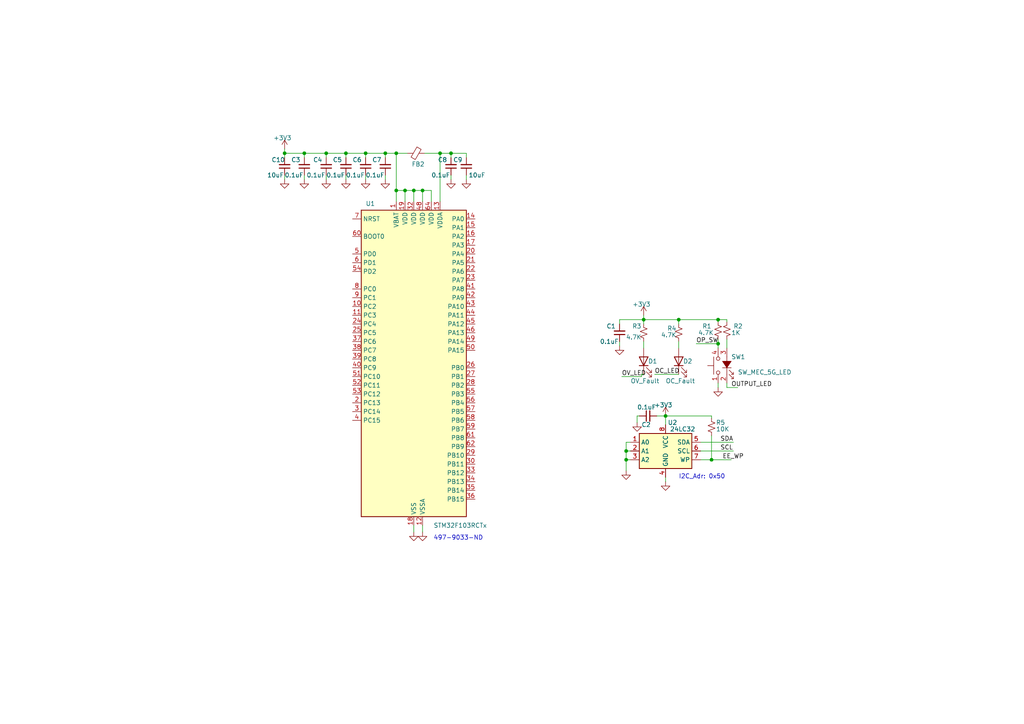
<source format=kicad_sch>
(kicad_sch (version 20230121) (generator eeschema)
  (paper "A4")
  (title_block (title "Lab Power Supply") (date "2023-12-23") (rev "0.1"))
  (lib_symbols
    (symbol "Device:C_Small" (pin_numbers hide) (pin_names (offset 0.254) hide)
      (property "Reference" "C" (at 0.254 1.778 0))
      (property "Value" "C_Small" (at 0.254 -2.032 0))
      (symbol "C_Small_0_1"
        (polyline (pts (xy -1.524 -0.508) (xy 1.524 -0.508)) (stroke (width 0.3302)))
        (polyline (pts (xy -1.524 0.508) (xy 1.524 0.508)) (stroke (width 0.3048)))
      )
      (symbol "C_Small_1_1"
        (pin passive line (at 0 2.54 270) (length 2.032) (name "~") (number "1"))
        (pin passive line (at 0 -2.54 90) (length 2.032) (name "~") (number "2"))
      )
    )
    (symbol "Device:FerriteBead_Small" (pin_numbers hide) (pin_names (offset 0))
      (property "Reference" "FB" (at 1.905 1.27 0))
      (property "Value" "FerriteBead_Small" (at 1.905 -1.27 0))
      (symbol "FerriteBead_Small_0_1"
        (polyline (pts (xy 0 -1.27) (xy 0 -0.7874)))
        (polyline (pts (xy 0 0.889) (xy 0 1.2954)))
        (polyline (pts (xy -1.8288 0.2794) (xy -1.1176 1.4986) (xy 1.8288 -0.2032) (xy 1.1176 -1.4224) (xy -1.8288 0.2794)))
      )
      (symbol "FerriteBead_Small_1_1"
        (pin passive line (at 0 2.54 270) (length 1.27) (name "~") (number "1"))
        (pin passive line (at 0 -2.54 90) (length 1.27) (name "~") (number "2"))
      )
    )
    (symbol "Device:LED" (pin_numbers hide) (pin_names (offset 1.016) hide)
      (property "Reference" "D" (at 0 2.54 0))
      (property "Value" "LED" (at 0 -2.54 0))
      (symbol "LED_0_1"
        (polyline (pts (xy -1.27 -1.27) (xy -1.27 1.27)) (stroke (width 0.254)))
        (polyline (pts (xy -1.27 0) (xy 1.27 0)))
        (polyline (pts (xy 1.27 -1.27) (xy 1.27 1.27) (xy -1.27 0) (xy 1.27 -1.27)) (stroke (width 0.254)))
        (polyline (pts (xy -3.048 -0.762) (xy -4.572 -2.286) (xy -3.81 -2.286) (xy -4.572 -2.286) (xy -4.572 -1.524)))
        (polyline (pts (xy -1.778 -0.762) (xy -3.302 -2.286) (xy -2.54 -2.286) (xy -3.302 -2.286) (xy -3.302 -1.524)))
      )
      (symbol "LED_1_1"
        (pin passive line (at -3.81 0 0) (length 2.54) (name "K") (number "1"))
        (pin passive line (at 3.81 0 180) (length 2.54) (name "A") (number "2"))
      )
    )
    (symbol "Device:R_Small_US" (pin_numbers hide) (pin_names (offset 0.254) hide)
      (property "Reference" "R" (at 0.762 0.508 0))
      (property "Value" "R_Small_US" (at 0.762 -1.016 0))
      (symbol "R_Small_US_1_1"
        (polyline (pts (xy 0 0) (xy 1.016 -0.381) (xy 0 -0.762) (xy -1.016 -1.143) (xy 0 -1.524)))
        (polyline (pts (xy 0 1.524) (xy 1.016 1.143) (xy 0 0.762) (xy -1.016 0.381) (xy 0 0)))
        (pin passive line (at 0 2.54 270) (length 1.016) (name "~") (number "1"))
        (pin passive line (at 0 -2.54 90) (length 1.016) (name "~") (number "2"))
      )
    )
    (symbol "MCU_ST_STM32F1:STM32F103RCTx"
      (property "Reference" "U" (at -15.24 46.99 0))
      (property "Value" "STM32F103RCTx" (at 10.16 46.99 0))
      (symbol "STM32F103RCTx_0_1"
        (rectangle (start -15.24 -43.18) (end 15.24 45.72) (stroke (width 0.254)) (fill (type background)))
      )
      (symbol "STM32F103RCTx_1_1"
        (pin power_in line (at -5.08 48.26 270) (length 2.54) (name "VBAT") (number "1"))
        (pin bidirectional line (at -17.78 17.78 0) (length 2.54) (name "PC2") (number "10"))
        (pin bidirectional line (at -17.78 15.24 0) (length 2.54) (name "PC3") (number "11"))
        (pin power_in line (at 2.54 -45.72 90) (length 2.54) (name "VSSA") (number "12"))
        (pin power_in line (at 7.62 48.26 270) (length 2.54) (name "VDDA") (number "13"))
        (pin bidirectional line (at 17.78 43.18 180) (length 2.54) (name "PA0") (number "14"))
        (pin bidirectional line (at 17.78 40.64 180) (length 2.54) (name "PA1") (number "15"))
        (pin bidirectional line (at 17.78 38.1 180) (length 2.54) (name "PA2") (number "16"))
        (pin bidirectional line (at 17.78 35.56 180) (length 2.54) (name "PA3") (number "17"))
        (pin power_in line (at 0 -45.72 90) (length 2.54) (name "VSS") (number "18"))
        (pin power_in line (at -2.54 48.26 270) (length 2.54) (name "VDD") (number "19"))
        (pin bidirectional line (at -17.78 -10.16 0) (length 2.54) (name "PC13") (number "2"))
        (pin bidirectional line (at 17.78 33.02 180) (length 2.54) (name "PA4") (number "20"))
        (pin bidirectional line (at 17.78 30.48 180) (length 2.54) (name "PA5") (number "21"))
        (pin bidirectional line (at 17.78 27.94 180) (length 2.54) (name "PA6") (number "22"))
        (pin bidirectional line (at 17.78 25.4 180) (length 2.54) (name "PA7") (number "23"))
        (pin bidirectional line (at -17.78 12.7 0) (length 2.54) (name "PC4") (number "24"))
        (pin bidirectional line (at -17.78 10.16 0) (length 2.54) (name "PC5") (number "25"))
        (pin bidirectional line (at 17.78 0 180) (length 2.54) (name "PB0") (number "26"))
        (pin bidirectional line (at 17.78 -2.54 180) (length 2.54) (name "PB1") (number "27"))
        (pin bidirectional line (at 17.78 -5.08 180) (length 2.54) (name "PB2") (number "28"))
        (pin bidirectional line (at 17.78 -25.4 180) (length 2.54) (name "PB10") (number "29"))
        (pin bidirectional line (at -17.78 -12.7 0) (length 2.54) (name "PC14") (number "3"))
        (pin bidirectional line (at 17.78 -27.94 180) (length 2.54) (name "PB11") (number "30"))
        (pin passive line (at 0 -45.72 90) (length 2.54) hide (name "VSS") (number "31"))
        (pin power_in line (at 0 48.26 270) (length 2.54) (name "VDD") (number "32"))
        (pin bidirectional line (at 17.78 -30.48 180) (length 2.54) (name "PB12") (number "33"))
        (pin bidirectional line (at 17.78 -33.02 180) (length 2.54) (name "PB13") (number "34"))
        (pin bidirectional line (at 17.78 -35.56 180) (length 2.54) (name "PB14") (number "35"))
        (pin bidirectional line (at 17.78 -38.1 180) (length 2.54) (name "PB15") (number "36"))
        (pin bidirectional line (at -17.78 7.62 0) (length 2.54) (name "PC6") (number "37"))
        (pin bidirectional line (at -17.78 5.08 0) (length 2.54) (name "PC7") (number "38"))
        (pin bidirectional line (at -17.78 2.54 0) (length 2.54) (name "PC8") (number "39"))
        (pin bidirectional line (at -17.78 -15.24 0) (length 2.54) (name "PC15") (number "4"))
        (pin bidirectional line (at -17.78 0 0) (length 2.54) (name "PC9") (number "40"))
        (pin bidirectional line (at 17.78 22.86 180) (length 2.54) (name "PA8") (number "41"))
        (pin bidirectional line (at 17.78 20.32 180) (length 2.54) (name "PA9") (number "42"))
        (pin bidirectional line (at 17.78 17.78 180) (length 2.54) (name "PA10") (number "43"))
        (pin bidirectional line (at 17.78 15.24 180) (length 2.54) (name "PA11") (number "44"))
        (pin bidirectional line (at 17.78 12.7 180) (length 2.54) (name "PA12") (number "45"))
        (pin bidirectional line (at 17.78 10.16 180) (length 2.54) (name "PA13") (number "46"))
        (pin passive line (at 0 -45.72 90) (length 2.54) hide (name "VSS") (number "47"))
        (pin power_in line (at 2.54 48.26 270) (length 2.54) (name "VDD") (number "48"))
        (pin bidirectional line (at 17.78 7.62 180) (length 2.54) (name "PA14") (number "49"))
        (pin bidirectional line (at -17.78 33.02 0) (length 2.54) (name "PD0") (number "5"))
        (pin bidirectional line (at 17.78 5.08 180) (length 2.54) (name "PA15") (number "50"))
        (pin bidirectional line (at -17.78 -2.54 0) (length 2.54) (name "PC10") (number "51"))
        (pin bidirectional line (at -17.78 -5.08 0) (length 2.54) (name "PC11") (number "52"))
        (pin bidirectional line (at -17.78 -7.62 0) (length 2.54) (name "PC12") (number "53"))
        (pin bidirectional line (at -17.78 27.94 0) (length 2.54) (name "PD2") (number "54"))
        (pin bidirectional line (at 17.78 -7.62 180) (length 2.54) (name "PB3") (number "55"))
        (pin bidirectional line (at 17.78 -10.16 180) (length 2.54) (name "PB4") (number "56"))
        (pin bidirectional line (at 17.78 -12.7 180) (length 2.54) (name "PB5") (number "57"))
        (pin bidirectional line (at 17.78 -15.24 180) (length 2.54) (name "PB6") (number "58"))
        (pin bidirectional line (at 17.78 -17.78 180) (length 2.54) (name "PB7") (number "59"))
        (pin bidirectional line (at -17.78 30.48 0) (length 2.54) (name "PD1") (number "6"))
        (pin input line (at -17.78 38.1 0) (length 2.54) (name "BOOT0") (number "60"))
        (pin bidirectional line (at 17.78 -20.32 180) (length 2.54) (name "PB8") (number "61"))
        (pin bidirectional line (at 17.78 -22.86 180) (length 2.54) (name "PB9") (number "62"))
        (pin passive line (at 0 -45.72 90) (length 2.54) hide (name "VSS") (number "63"))
        (pin power_in line (at 5.08 48.26 270) (length 2.54) (name "VDD") (number "64"))
        (pin input line (at -17.78 43.18 0) (length 2.54) (name "NRST") (number "7"))
        (pin bidirectional line (at -17.78 22.86 0) (length 2.54) (name "PC0") (number "8"))
        (pin bidirectional line (at -17.78 20.32 0) (length 2.54) (name "PC1") (number "9"))
      )
    )
    (symbol "Memory_EEPROM:24LC32"
      (property "Reference" "U" (at -6.35 6.35 0))
      (property "Value" "24LC32" (at 1.27 6.35 0))
      (symbol "24LC32_1_1"
        (rectangle (start -7.62 5.08) (end 7.62 -5.08) (stroke (width 0.254)) (fill (type background)))
        (pin input line (at -10.16 2.54 0) (length 2.54) (name "A0") (number "1"))
        (pin input line (at -10.16 0 0) (length 2.54) (name "A1") (number "2"))
        (pin input line (at -10.16 -2.54 0) (length 2.54) (name "A2") (number "3"))
        (pin power_in line (at 0 -7.62 90) (length 2.54) (name "GND") (number "4"))
        (pin bidirectional line (at 10.16 2.54 180) (length 2.54) (name "SDA") (number "5"))
        (pin input line (at 10.16 0 180) (length 2.54) (name "SCL") (number "6"))
        (pin input line (at 10.16 -2.54 180) (length 2.54) (name "WP") (number "7"))
        (pin power_in line (at 0 7.62 270) (length 2.54) (name "VCC") (number "8"))
      )
    )
    (symbol "Switch:SW_MEC_5G_LED" (pin_names (offset 1.016) hide)
      (property "Reference" "SW" (at 0.635 5.715 0))
      (property "Value" "SW_MEC_5G_LED" (at 0 -3.175 0))
      (symbol "SW_MEC_5G_LED_0_0"
        (polyline (pts (xy -3.81 -1.905) (xy -2.54 -0.635)))
        (polyline (pts (xy -2.54 -1.905) (xy -1.27 -0.635)))
        (polyline (pts (xy -2.54 0) (xy 2.54 0)))
        (polyline (pts (xy -0.635 1.27) (xy -0.635 -1.27)))
        (polyline (pts (xy -3.81 -1.27) (xy -3.81 -1.905) (xy -3.175 -1.905)))
        (polyline (pts (xy -2.54 -1.27) (xy -2.54 -1.905) (xy -1.905 -1.905)))
        (polyline (pts (xy -0.635 0) (xy 1.27 1.27) (xy 1.27 -1.27) (xy -0.635 0)) (fill (type outline)))
      )
      (symbol "SW_MEC_5G_LED_0_1"
        (circle (center -2.032 2.54) (radius 0.508))
        (polyline (pts (xy 0 3.81) (xy 0 5.588)))
        (polyline (pts (xy 2.54 3.81) (xy -2.54 3.81)))
        (circle (center 2.032 2.54) (radius 0.508))
        (pin passive line (at -5.08 2.54 0) (length 2.54) (name "1") (number "1"))
        (pin passive line (at -5.08 0 0) (length 2.54) (name "2") (number "2"))
        (pin passive line (at 5.08 0 180) (length 2.54) (name "K") (number "3"))
        (pin passive line (at 5.08 2.54 180) (length 2.54) (name "A") (number "4"))
      )
    )
    (symbol "power:+3V3" (power) (pin_names (offset 0))
      (property "Value" "+3V3" (at 0 3.556 0))
      (symbol "+3V3_0_1"
        (polyline (pts (xy -0.762 1.27) (xy 0 2.54)))
        (polyline (pts (xy 0 0) (xy 0 2.54)))
        (polyline (pts (xy 0 2.54) (xy 0.762 1.27)))
      )
      (symbol "+3V3_1_1"
        (pin power_in line (at 0 0 90) (length 0) hide (name "+3V3") (number "1"))
      )
    )
    (symbol "power:GND" (power) (pin_names (offset 0))
      (property "Value" "GND" (at 0 -3.81 0))
      (symbol "GND_0_1"
        (polyline (pts (xy 0 0) (xy 0 -1.27) (xy 1.27 -1.27) (xy 0 -2.54) (xy -1.27 -1.27) (xy 0 -1.27)))
      )
      (symbol "GND_1_1"
        (pin power_in line (at 0 0 270) (length 0) hide (name "GND") (number "1"))
      )
    )
  )
  (junction (at 186.69 92.71))
  (junction (at 193.04 120.65))
  (junction (at 94.615 44.45))
  (junction (at 100.33 44.45))
  (junction (at 122.555 55.245))
  (junction (at 181.61 130.81))
  (junction (at 82.55 44.45))
  (junction (at 181.61 133.35))
  (junction (at 208.28 99.695))
  (junction (at 130.81 44.45))
  (junction (at 114.935 55.245))
  (junction (at 206.375 133.35))
  (junction (at 88.265 44.45))
  (junction (at 106.045 44.45))
  (junction (at 120.015 55.245))
  (junction (at 196.85 92.71))
  (junction (at 114.935 44.45))
  (junction (at 117.475 55.245))
  (junction (at 208.28 92.71))
  (junction (at 111.76 44.45))
  (junction (at 127.635 44.45))
  (wire (pts (xy 181.61 130.81) (xy 181.61 133.35)))
  (wire (pts (xy 117.475 58.42) (xy 117.475 55.245)))
  (wire (pts (xy 190.5 120.65) (xy 193.04 120.65)))
  (wire (pts (xy 201.93 99.695) (xy 208.28 99.695)))
  (wire (pts (xy 179.705 99.06) (xy 179.705 100.33)))
  (wire (pts (xy 106.045 50.8) (xy 106.045 52.07)))
  (wire (pts (xy 82.55 44.45) (xy 88.265 44.45)))
  (wire (pts (xy 206.375 133.35) (xy 203.2 133.35)))
  (wire (pts (xy 186.055 108.585) (xy 186.69 108.585)))
  (wire (pts (xy 186.69 92.71) (xy 196.85 92.71)))
  (wire (pts (xy 186.69 92.71) (xy 186.69 93.98)))
  (wire (pts (xy 120.015 55.245) (xy 122.555 55.245)))
  (wire (pts (xy 206.375 126.365) (xy 206.375 133.35)))
  (wire (pts (xy 193.04 120.65) (xy 206.375 120.65)))
  (wire (pts (xy 100.33 44.45) (xy 100.33 45.72)))
  (wire (pts (xy 114.935 44.45) (xy 111.76 44.45)))
  (wire (pts (xy 111.76 44.45) (xy 111.76 45.72)))
  (wire (pts (xy 114.935 44.45) (xy 118.11 44.45)))
  (wire (pts (xy 88.265 44.45) (xy 94.615 44.45)))
  (wire (pts (xy 182.88 128.27) (xy 181.61 128.27)))
  (wire (pts (xy 100.33 44.45) (xy 106.045 44.45)))
  (wire (pts (xy 186.69 91.44) (xy 186.69 92.71)))
  (wire (pts (xy 117.475 55.245) (xy 120.015 55.245)))
  (wire (pts (xy 179.705 92.71) (xy 179.705 93.98)))
  (wire (pts (xy 206.375 133.35) (xy 212.09 133.35)))
  (wire (pts (xy 82.55 44.45) (xy 82.55 45.72)))
  (wire (pts (xy 127.635 44.45) (xy 127.635 58.42)))
  (wire (pts (xy 196.85 100.965) (xy 196.85 99.06)))
  (wire (pts (xy 193.04 138.43) (xy 193.04 139.7)))
  (wire (pts (xy 122.555 55.245) (xy 125.095 55.245)))
  (wire (pts (xy 208.28 98.425) (xy 208.28 99.695)))
  (wire (pts (xy 114.935 55.245) (xy 114.935 44.45)))
  (wire (pts (xy 106.045 44.45) (xy 111.76 44.45)))
  (wire (pts (xy 186.055 109.22) (xy 180.34 109.22)))
  (wire (pts (xy 130.81 44.45) (xy 135.255 44.45)))
  (wire (pts (xy 114.935 58.42) (xy 114.935 55.245)))
  (wire (pts (xy 189.865 108.585) (xy 196.85 108.585)))
  (wire (pts (xy 88.265 44.45) (xy 88.265 45.72)))
  (wire (pts (xy 135.255 50.8) (xy 135.255 52.07)))
  (wire (pts (xy 203.2 130.81) (xy 212.725 130.81)))
  (wire (pts (xy 106.045 44.45) (xy 106.045 45.72)))
  (wire (pts (xy 196.85 92.71) (xy 196.85 93.98)))
  (wire (pts (xy 193.04 120.65) (xy 193.04 123.19)))
  (wire (pts (xy 210.82 92.71) (xy 208.28 92.71)))
  (wire (pts (xy 127.635 44.45) (xy 130.81 44.45)))
  (wire (pts (xy 94.615 44.45) (xy 94.615 45.72)))
  (wire (pts (xy 130.81 50.8) (xy 130.81 52.07)))
  (wire (pts (xy 186.69 92.71) (xy 179.705 92.71)))
  (wire (pts (xy 94.615 44.45) (xy 100.33 44.45)))
  (wire (pts (xy 120.015 58.42) (xy 120.015 55.245)))
  (wire (pts (xy 210.82 111.125) (xy 210.82 112.395)))
  (wire (pts (xy 210.82 92.71) (xy 210.82 93.345)))
  (wire (pts (xy 186.69 100.965) (xy 186.69 99.06)))
  (wire (pts (xy 82.55 43.18) (xy 82.55 44.45)))
  (wire (pts (xy 210.82 112.395) (xy 213.995 112.395)))
  (wire (pts (xy 120.015 152.4) (xy 120.015 154.305)))
  (wire (pts (xy 125.095 55.245) (xy 125.095 58.42)))
  (wire (pts (xy 181.61 133.35) (xy 181.61 136.525)))
  (wire (pts (xy 181.61 128.27) (xy 181.61 130.81)))
  (wire (pts (xy 130.81 44.45) (xy 130.81 45.72)))
  (wire (pts (xy 185.42 120.65) (xy 184.785 120.65)))
  (wire (pts (xy 82.55 50.8) (xy 82.55 52.07)))
  (wire (pts (xy 196.85 92.71) (xy 208.28 92.71)))
  (wire (pts (xy 210.82 98.425) (xy 210.82 100.965)))
  (wire (pts (xy 94.615 50.8) (xy 94.615 52.07)))
  (wire (pts (xy 206.375 120.65) (xy 206.375 121.285)))
  (wire (pts (xy 122.555 58.42) (xy 122.555 55.245)))
  (wire (pts (xy 208.28 99.695) (xy 208.28 100.965)))
  (wire (pts (xy 100.33 50.8) (xy 100.33 52.07)))
  (wire (pts (xy 135.255 44.45) (xy 135.255 45.72)))
  (wire (pts (xy 208.28 92.71) (xy 208.28 93.345)))
  (wire (pts (xy 114.935 55.245) (xy 117.475 55.245)))
  (wire (pts (xy 181.61 133.35) (xy 182.88 133.35)))
  (wire (pts (xy 111.76 50.8) (xy 111.76 52.07)))
  (wire (pts (xy 122.555 152.4) (xy 122.555 154.305)))
  (wire (pts (xy 184.785 120.65) (xy 184.785 122.555)))
  (wire (pts (xy 186.055 108.585) (xy 186.055 109.22)))
  (wire (pts (xy 208.28 112.395) (xy 208.28 111.125)))
  (wire (pts (xy 181.61 130.81) (xy 182.88 130.81)))
  (wire (pts (xy 123.19 44.45) (xy 127.635 44.45)))
  (wire (pts (xy 203.2 128.27) (xy 212.725 128.27)))
  (wire (pts (xy 88.265 50.8) (xy 88.265 52.07)))
  (text "I2C_Adr: 0x50" (at 196.85 139.065 0) (effects (font (size 1.27 1.27)) (justify left bottom)))
  (text "497-9033-ND" (at 125.73 156.845 0) (effects (font (size 1.27 1.27)) (justify left bottom)))
  (label "OV_LED" (at 180.34 109.22 0))
  (label "EE_WP" (at 209.55 133.35 0))
  (label "OUTPUT_LED" (at 212.09 112.395 0))
  (label "OP_SW" (at 201.93 99.695 0))
  (label "SDA" (at 208.915 128.27 0))
  (label "SCL" (at 208.915 130.81 0))
  (label "OC_LED" (at 189.865 108.585 0))
  (symbol (lib_id "power:GND") (at 181.61 136.525 0) (unit 1)
    (property "Reference" "#PWR06" (effects hide))
    (property "Value" "GND" (effects hide))
  )
  (symbol (lib_id "power:GND") (at 94.615 52.07 0) (unit 1)
    (property "Reference" "#PWR011" (effects hide))
    (property "Value" "GND" (effects hide))
  )
  (symbol (lib_id "Device:LED") (at 196.85 104.775 90) (unit 1)
    (property "Reference" "D2" (at 198.12 104.775 90) (effects (justify right)))
    (property "Value" "OC_Fault" (at 193.04 110.49 90) (effects (justify right)))
    (property "Footprint" "LED_SMD:LED_1206_3216Metric_Pad1.42x1.75mm_HandSolder" (effects hide))
    (property "Datasheet" "https://sunledusa.com/products/spec/XZM2CRK55W-3.pdf" (effects hide))
    (property "Description" "LED RED CLEAR SMD  1206 " (effects hide))
    (property "Vendor" "Digikey" (effects hide))
    (property "Vendor Part #" "1497-XZM2CRK55W-3RTCT-ND" (effects hide))
  )
  (symbol (lib_id "Device:R_Small_US") (at 206.375 123.825 0) (unit 1)
    (property "Reference" "R5" (at 207.645 122.555 0) (effects (justify left)))
    (property "Value" "10K" (at 207.645 124.46 0) (effects (justify left)))
    (property "Footprint" "Resistor_SMD:R_0603_1608Metric_Pad0.98x0.95mm_HandSolder" (effects hide))
    (property "Description" " RES 10K OHM %1 1/10W 1206 SMD" (effects hide))
  )
  (symbol (lib_id "power:GND") (at 122.555 154.305 0) (unit 1)
    (property "Reference" "#PWR09" (effects hide))
    (property "Value" "GND" (effects hide))
  )
  (symbol (lib_id "power:GND") (at 120.015 154.305 0) (unit 1)
    (property "Reference" "#PWR08" (effects hide))
    (property "Value" "GND" (effects hide))
  )
  (symbol (lib_id "power:+3V3") (at 82.55 43.18 0) (unit 1)
    (property "Reference" "#PWR018" (effects hide))
    (property "Value" "+3V3" (at 81.915 40.005 0))
  )
  (symbol (lib_id "power:GND") (at 179.705 100.33 0) (unit 1)
    (property "Reference" "#PWR02" (effects hide))
    (property "Value" "GND" (effects hide))
  )
  (symbol (lib_id "power:GND") (at 82.55 52.07 0) (unit 1)
    (property "Reference" "#PWR017" (effects hide))
    (property "Value" "GND" (effects hide))
  )
  (symbol (lib_id "power:GND") (at 208.28 112.395 0) (unit 1)
    (property "Reference" "#PWR03" (effects hide))
    (property "Value" "GND" (effects hide))
  )
  (symbol (lib_id "Memory_EEPROM:24LC32") (at 193.04 130.81 0) (unit 1)
    (property "Reference" "U2" (at 193.675 122.555 0) (effects (justify left)))
    (property "Value" "24LC32" (at 194.31 124.46 0) (effects (justify left)))
    (property "Datasheet" "http://ww1.microchip.com/downloads/en/DeviceDoc/21072G.pdf" (effects hide))
  )
  (symbol (lib_id "power:GND") (at 100.33 52.07 0) (unit 1)
    (property "Reference" "#PWR012" (effects hide))
    (property "Value" "GND" (effects hide))
  )
  (symbol (lib_id "Device:LED") (at 186.69 104.775 90) (unit 1)
    (property "Reference" "D1" (at 187.96 104.775 90) (effects (justify right)))
    (property "Value" "OV_Fault" (at 182.88 110.49 90) (effects (justify right)))
    (property "Footprint" "LED_SMD:LED_1206_3216Metric_Pad1.42x1.75mm_HandSolder" (effects hide))
    (property "Datasheet" "https://sunledusa.com/products/spec/XZM2CRK55W-3.pdf" (effects hide))
    (property "Description" "LED RED CLEAR SMD  1206 " (effects hide))
    (property "Vendor" "Digikey" (effects hide))
    (property "Vendor Part #" "1497-XZM2CRK55W-3RTCT-ND" (effects hide))
  )
  (symbol (lib_id "power:+3V3") (at 193.04 120.65 0) (unit 1)
    (property "Reference" "#PWR04" (effects hide))
    (property "Value" "+3V3" (at 192.405 117.475 0))
  )
  (symbol (lib_id "MCU_ST_STM32F1:STM32F103RCTx") (at 120.015 106.68 0) (unit 1)
    (property "Reference" "U1" (at 106.045 59.055 0) (effects (justify left)))
    (property "Value" "STM32F103RCTx" (at 125.73 152.4 0) (effects (justify left)))
    (property "Footprint" "Package_QFP:LQFP-64_10x10mm_P0.5mm" (effects hide))
    (property "Datasheet" "https://www.st.com/resource/en/datasheet/stm32f103rc.pdf" (effects hide))
  )
  (symbol (lib_id "Device:C_Small") (at 82.55 48.26 180) (unit 1)
    (property "Reference" "C10" (at 78.74 46.355 0) (effects (justify right)))
    (property "Value" "10uF" (at 77.47 50.8 0) (effects (justify right)))
    (property "Footprint" "Capacitor_SMD:C_0603_1608Metric_Pad1.08x0.95mm_HandSolder" (effects hide))
    (property "Description" "CAP CER, 0.1uF, 25V, X7R, 1206" (effects hide))
    (property "Vendor" "Digikey" (effects hide))
    (property "Vendor #" "1276-1017-1-ND" (effects hide))
  )
  (symbol (lib_id "Device:R_Small_US") (at 210.82 95.885 0) (mirror x) (unit 1)
    (property "Reference" "R2" (at 212.725 94.615 0) (effects (justify left)))
    (property "Value" "1K" (at 212.09 96.52 0) (effects (justify left)))
    (property "Footprint" "Resistor_SMD:R_0603_1608Metric_Pad0.98x0.95mm_HandSolder" (effects hide))
    (property "Description" " RES 4.7K OHM %1 1/10W 1206 SMD" (effects hide))
  )
  (symbol (lib_id "power:GND") (at 184.785 122.555 0) (unit 1)
    (property "Reference" "#PWR05" (effects hide))
    (property "Value" "GND" (effects hide))
  )
  (symbol (lib_id "power:+3V3") (at 186.69 91.44 0) (unit 1)
    (property "Reference" "#PWR01" (effects hide))
    (property "Value" "+3V3" (at 186.055 88.265 0))
  )
  (symbol (lib_id "Device:C_Small") (at 179.705 96.52 180) (unit 1)
    (property "Reference" "C1" (at 175.895 94.615 0) (effects (justify right)))
    (property "Value" "0.1uF" (at 173.99 99.06 0) (effects (justify right)))
    (property "Footprint" "Capacitor_SMD:C_0603_1608Metric_Pad1.08x0.95mm_HandSolder" (effects hide))
    (property "Description" "CAP CER, 0.1uF, 25V, X7R, 1206" (effects hide))
    (property "Vendor" "Digikey" (effects hide))
    (property "Vendor #" "1276-1017-1-ND" (effects hide))
  )
  (symbol (lib_id "Device:C_Small") (at 94.615 48.26 180) (unit 1)
    (property "Reference" "C4" (at 90.805 46.355 0) (effects (justify right)))
    (property "Value" "0.1uF" (at 88.9 50.8 0) (effects (justify right)))
    (property "Footprint" "Capacitor_SMD:C_0603_1608Metric_Pad1.08x0.95mm_HandSolder" (effects hide))
    (property "Description" "CAP CER, 0.1uF, 25V, X7R, 1206" (effects hide))
    (property "Vendor" "Digikey" (effects hide))
    (property "Vendor #" "1276-1017-1-ND" (effects hide))
  )
  (symbol (lib_id "Device:C_Small") (at 88.265 48.26 180) (unit 1)
    (property "Reference" "C3" (at 84.455 46.355 0) (effects (justify right)))
    (property "Value" "0.1uF" (at 82.55 50.8 0) (effects (justify right)))
    (property "Footprint" "Capacitor_SMD:C_0603_1608Metric_Pad1.08x0.95mm_HandSolder" (effects hide))
    (property "Description" "CAP CER, 0.1uF, 25V, X7R, 1206" (effects hide))
    (property "Vendor" "Digikey" (effects hide))
    (property "Vendor #" "1276-1017-1-ND" (effects hide))
  )
  (symbol (lib_id "power:GND") (at 193.04 139.7 0) (unit 1)
    (property "Reference" "#PWR07" (effects hide))
    (property "Value" "GND" (effects hide))
  )
  (symbol (lib_id "power:GND") (at 111.76 52.07 0) (unit 1)
    (property "Reference" "#PWR014" (effects hide))
    (property "Value" "GND" (effects hide))
  )
  (symbol (lib_id "power:GND") (at 130.81 52.07 0) (unit 1)
    (property "Reference" "#PWR015" (effects hide))
    (property "Value" "GND" (effects hide))
  )
  (symbol (lib_id "Device:R_Small_US") (at 186.69 96.52 180) (unit 1)
    (property "Reference" "R3" (at 186.055 94.615 0) (effects (justify left)))
    (property "Value" "4.7K" (at 186.055 97.79 0) (effects (justify left)))
    (property "Footprint" "Resistor_SMD:R_0603_1608Metric_Pad0.98x0.95mm_HandSolder" (effects hide))
    (property "Description" " RES 4.7K OHM %1 1/10W 1206 SMD" (effects hide))
  )
  (symbol (lib_id "Device:C_Small") (at 111.76 48.26 180) (unit 1)
    (property "Reference" "C7" (at 107.95 46.355 0) (effects (justify right)))
    (property "Value" "0.1uF" (at 106.045 50.8 0) (effects (justify right)))
    (property "Footprint" "Capacitor_SMD:C_0603_1608Metric_Pad1.08x0.95mm_HandSolder" (effects hide))
    (property "Description" "CAP CER, 0.1uF, 25V, X7R, 1206" (effects hide))
    (property "Vendor" "Digikey" (effects hide))
    (property "Vendor #" "1276-1017-1-ND" (effects hide))
  )
  (symbol (lib_id "power:GND") (at 88.265 52.07 0) (unit 1)
    (property "Reference" "#PWR010" (effects hide))
    (property "Value" "GND" (effects hide))
  )
  (symbol (lib_id "Device:R_Small_US") (at 208.28 95.885 180) (unit 1)
    (property "Reference" "R1" (at 206.375 94.615 0) (effects (justify left)))
    (property "Value" "4.7K" (at 207.01 96.52 0) (effects (justify left)))
    (property "Footprint" "Resistor_SMD:R_0603_1608Metric_Pad0.98x0.95mm_HandSolder" (effects hide))
    (property "Description" " RES 4.7K OHM %1 1/10W 1206 SMD" (effects hide))
  )
  (symbol (lib_id "Device:R_Small_US") (at 196.85 96.52 180) (unit 1)
    (property "Reference" "R4" (at 196.215 95.25 0) (effects (justify left)))
    (property "Value" "4.7K" (at 196.215 97.155 0) (effects (justify left)))
    (property "Footprint" "Resistor_SMD:R_0603_1608Metric_Pad0.98x0.95mm_HandSolder" (effects hide))
    (property "Description" " RES 4.7K OHM %1 1/10W 1206 SMD" (effects hide))
  )
  (symbol (lib_id "Device:FerriteBead_Small") (at 120.65 44.45 270) (unit 1)
    (property "Reference" "FB2" (at 119.38 47.625 90) (effects (justify left)))
    (property "Value" "FerriteBead, 6A 1 9mΩ 33Ω@100MHz ±25% 1206 Ferrite Beads ROHS" (effects hide))
    (property "Footprint" "Inductor_SMD:L_1206_3216Metric_Pad1.42x1.75mm_HandSolder" (effects hide))
    (property "Datasheet" "https://www.fair-rite.com/wp-content/themes/fair-rite/print_product.php?pid=19229" (effects hide))
    (property "Description" "FERRITE BEAD 50 OHM 1206 1LN" (effects hide))
    (property "Vendor" "Digikey" (effects hide))
    (property "Vendor Part #" "1934-1465-1-ND" (effects hide))
  )
  (symbol (lib_id "Device:C_Small") (at 187.96 120.65 90) (unit 1)
    (property "Reference" "C2" (at 186.055 123.19 90) (effects (justify right)))
    (property "Value" "0.1uF" (at 184.785 118.11 90) (effects (justify right)))
    (property "Footprint" "Capacitor_SMD:C_0603_1608Metric_Pad1.08x0.95mm_HandSolder" (effects hide))
    (property "Description" "CAP CER, 0.1uF, 25V, X7R, 1206" (effects hide))
    (property "Vendor" "Digikey" (effects hide))
    (property "Vendor #" "1276-1017-1-ND" (effects hide))
  )
  (symbol (lib_id "Switch:SW_MEC_5G_LED") (at 210.82 106.045 90) (unit 1)
    (property "Reference" "SW1" (at 212.09 103.505 90) (effects (justify right)))
    (property "Value" "SW_MEC_5G_LED" (at 213.995 107.95 90) (effects (justify right)))
    (property "Footprint" "jerrys_Library:SW_PUSH_LED_6mm" (effects hide))
    (property "Datasheet" "http://www.apem.com/int/index.php?controller=attachment&id_attachment=488" (effects hide))
  )
  (symbol (lib_id "Device:C_Small") (at 100.33 48.26 180) (unit 1)
    (property "Reference" "C5" (at 96.52 46.355 0) (effects (justify right)))
    (property "Value" "0.1uF" (at 94.615 50.8 0) (effects (justify right)))
    (property "Footprint" "Capacitor_SMD:C_0603_1608Metric_Pad1.08x0.95mm_HandSolder" (effects hide))
    (property "Description" "CAP CER, 0.1uF, 25V, X7R, 1206" (effects hide))
    (property "Vendor" "Digikey" (effects hide))
    (property "Vendor #" "1276-1017-1-ND" (effects hide))
  )
  (symbol (lib_id "power:GND") (at 135.255 52.07 0) (unit 1)
    (property "Reference" "#PWR016" (effects hide))
    (property "Value" "GND" (effects hide))
  )
  (symbol (lib_id "Device:C_Small") (at 130.81 48.26 180) (unit 1)
    (property "Reference" "C8" (at 127 46.355 0) (effects (justify right)))
    (property "Value" "0.1uF" (at 125.095 50.8 0) (effects (justify right)))
    (property "Footprint" "Capacitor_SMD:C_0603_1608Metric_Pad1.08x0.95mm_HandSolder" (effects hide))
    (property "Description" "CAP CER, 0.1uF, 25V, X7R, 1206" (effects hide))
    (property "Vendor" "Digikey" (effects hide))
    (property "Vendor #" "1276-1017-1-ND" (effects hide))
  )
  (symbol (lib_id "Device:C_Small") (at 106.045 48.26 180) (unit 1)
    (property "Reference" "C6" (at 102.235 46.355 0) (effects (justify right)))
    (property "Value" "0.1uF" (at 100.33 50.8 0) (effects (justify right)))
    (property "Footprint" "Capacitor_SMD:C_0603_1608Metric_Pad1.08x0.95mm_HandSolder" (effects hide))
    (property "Description" "CAP CER, 0.1uF, 25V, X7R, 1206" (effects hide))
    (property "Vendor" "Digikey" (effects hide))
    (property "Vendor #" "1276-1017-1-ND" (effects hide))
  )
  (symbol (lib_id "Device:C_Small") (at 135.255 48.26 180) (unit 1)
    (property "Reference" "C9" (at 131.445 46.355 0) (effects (justify right)))
    (property "Value" "10uF" (at 135.89 50.8 0) (effects (justify right)))
    (property "Footprint" "Capacitor_SMD:C_0603_1608Metric_Pad1.08x0.95mm_HandSolder" (effects hide))
    (property "Description" "CAP CER, 0.1uF, 25V, X7R, 1206" (effects hide))
    (property "Vendor" "Digikey" (effects hide))
    (property "Vendor #" "1276-1017-1-ND" (effects hide))
  )
  (symbol (lib_id "power:GND") (at 106.045 52.07 0) (unit 1)
    (property "Reference" "#PWR013" (effects hide))
    (property "Value" "GND" (effects hide))
  )
)
</source>
